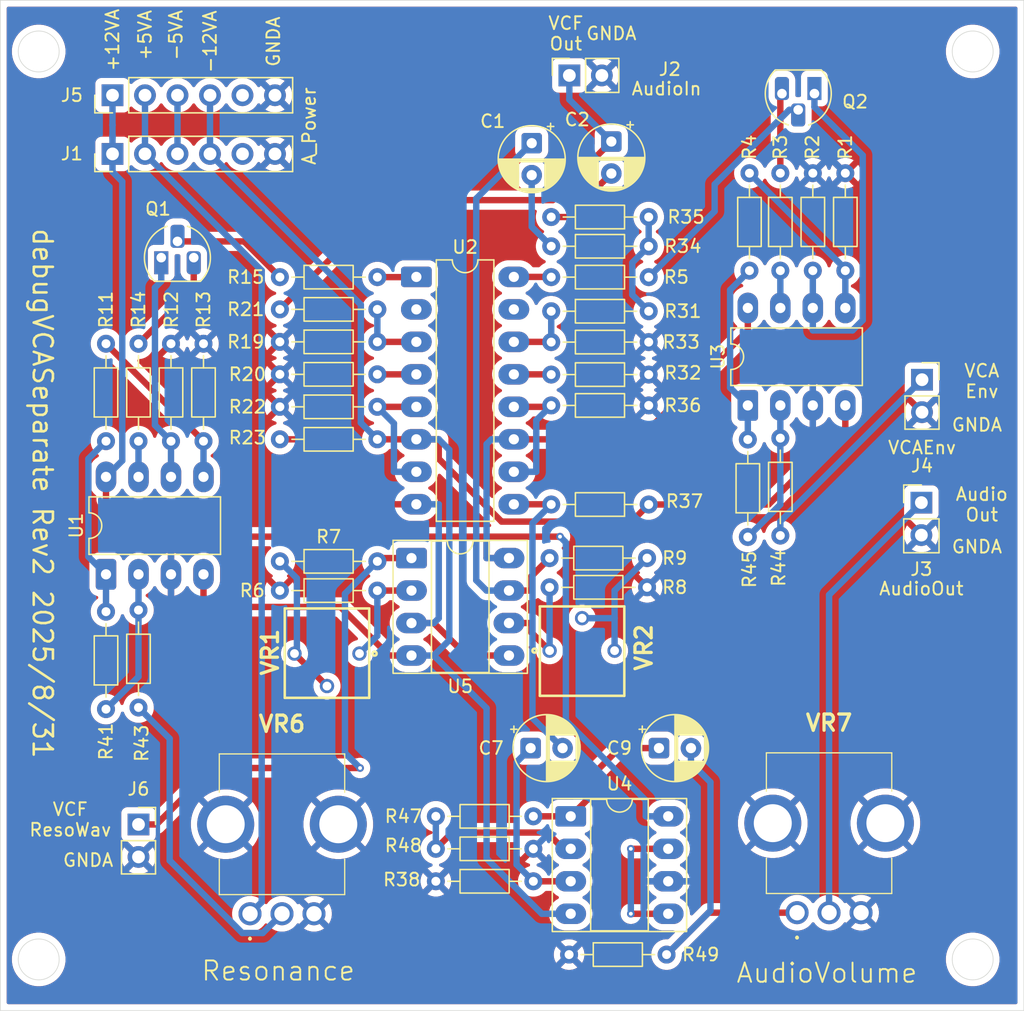
<source format=kicad_pcb>
(kicad_pcb (version 20241229) (generator "pcbnew") (generator_version "9.0")
  (layers (0 "F.Cu" signal) (2 "B.Cu" signal) (13 "F.Paste" user) (15 "B.Paste" user) (5 "F.SilkS" user "F.Silkscreen") (7 "B.SilkS" user "B.Silkscreen") (1 "F.Mask" user) (3 "B.Mask" user) (25 "Edge.Cuts" user))
  (net 0 "")
  (net 1 "Net-(C1-Pad2)")
  (net 2 "VCF_OUT")
  (net 3 "Net-(C2-Pad2)")
  (net 4 "Net-(C7-Pad2)")
  (net 5 "Net-(U4A-+)")
  (net 6 "Net-(VR7-CCW)")
  (net 7 "Net-(C9-Pad1)")
  (net 8 "-5VA")
  (net 9 "+12VA")
  (net 10 "-12VA")
  (net 11 "+5VA")
  (net 13 "GNDA")
  (net 14 "Net-(J3-Pin_1)")
  (net 15 "VCAEnv")
  (net 17 "ResoCnt")
  (net 18 "VCACnt")
  (net 19 "Net-(U2C-+)")
  (net 20 "Net-(U2C--)")
  (net 21 "Net-(R22-Pad2)")
  (net 22 "Net-(U2A-+)")
  (net 23 "Net-(R31-Pad2)")
  (net 24 "Net-(U2A--)")
  (net 25 "Net-(R36-Pad2)")
  (net 26 "Net-(U1A--)")
  (net 27 "Net-(U1B-+)")
  (net 28 "Net-(VR6-WIPER)")
  (net 29 "Net-(U3A--)")
  (net 30 "Net-(U3B-+)")
  (net 31 "Net-(U4A--)")
  (net 34 "Net-(U4B-+)")
  (net 35 "Net-(Q1-B)")
  (net 36 "Net-(Q1-C)")
  (net 37 "Net-(Q1-E)")
  (net 38 "Net-(Q2-B)")
  (net 39 "Net-(Q2-E)")
  (net 40 "Net-(Q2-C)")
  (net 41 "Net-(R3-Pad1)")
  (net 42 "Net-(R4-Pad1)")
  (net 43 "Net-(R11-Pad1)")
  (net 44 "Net-(R14-Pad1)")
  (net 45 "VCA_ResoWav")
  (net 46 "VCF_ResoWav")
  (net 47 "Net-(U5A--)")
  (net 48 "Net-(VR1-CW)")
  (net 49 "Net-(U5B--)")
  (net 50 "Net-(VR2-CW)")
  (net 51 "Net-(U5A-+)")
  (footprint "Connector_PinHeader_2.54mm:PinHeader_1x06_P2.54mm_Vertical" (layer "F.Cu") (at 48.768 79.012 90)
    (property "Reference" "J1")
    (property "Value" "A_Power")
  )
  (footprint "Resistor_THT:R_Axial_DIN0204_L3.6mm_D1.6mm_P7.62mm_Horizontal" (layer "F.Cu") (at 106.045 80.518 -90)
    (property "Reference" "R1")
    (property "Value" "1K")
  )
  (footprint "Resistor_THT:R_Axial_DIN0204_L3.6mm_D1.6mm_P7.62mm_Horizontal" (layer "F.Cu") (at 90.678 86.233 180)
    (property "Reference" "R34")
    (property "Value" "47K")
  )
  (footprint "Connector_PinHeader_2.54mm:PinHeader_1x02_P2.54mm_Vertical" (layer "F.Cu") (at 111.989 106.279)
    (property "Reference" "J3")
    (property "Value" "AudioOut")
  )
  (footprint "Package_DIP:DIP-8_W7.62mm_Socket_LongPads" (layer "F.Cu") (at 72.136 110.617)
    (property "Reference" "U5")
    (property "Value" "Opamp_Dual")
  )
  (footprint "SamacSys_parts:RK09D117000B" (layer "F.Cu") (at 59.516 138.43)
    (property "Reference" "VR6")
    (property "Value" "100KB" (hide yes))
  )
  (footprint "Package_TO_SOT_THT:TO-92_HandSolder" (layer "F.Cu") (at 52.578 87.122)
    (property "Reference" "Q1")
    (property "Value" "Q_PNP_ECB")
  )
  (footprint "Resistor_THT:R_Axial_DIN0204_L3.6mm_D1.6mm_P7.62mm_Horizontal" (layer "F.Cu") (at 48.26 101.473 90)
    (property "Reference" "R11")
    (property "Value" "10K")
  )
  (footprint "Resistor_THT:R_Axial_DIN0204_L3.6mm_D1.6mm_P7.62mm_Horizontal" (layer "F.Cu") (at 69.469 101.328 180)
    (property "Reference" "R23")
    (property "Value" "5.1K")
  )
  (footprint "Resistor_THT:R_Axial_DIN0204_L3.6mm_D1.6mm_P7.62mm_Horizontal" (layer "F.Cu") (at 53.34 93.853 -90)
    (property "Reference" "R12")
    (property "Value" "1K")
  )
  (footprint "SamacSys_parts:3362P_1" (layer "F.Cu") (at 85.471 121.386)
    (property "Reference" "VR2")
    (property "Value" "3362P 10K" (hide yes))
  )
  (footprint "Resistor_THT:R_Axial_DIN0204_L3.6mm_D1.6mm_P7.62mm_Horizontal" (layer "F.Cu") (at 90.678 98.679 180)
    (property "Reference" "R36")
    (property "Value" "10K")
  )
  (footprint "Connector_PinSocket_2.54mm:PinSocket_1x02_P2.54mm_Vertical" (layer "F.Cu") (at 84.475 72.873 90)
    (property "Reference" "J2")
    (property "Value" "AudioIn")
  )
  (footprint "Resistor_THT:R_Axial_DIN0204_L3.6mm_D1.6mm_P7.62mm_Horizontal" (layer "F.Cu") (at 55.88 93.853 -90)
    (property "Reference" "R13")
    (property "Value" "1K")
  )
  (footprint "Resistor_THT:R_Axial_DIN0204_L3.6mm_D1.6mm_P7.62mm_Horizontal" (layer "F.Cu") (at 100.965 108.857 90)
    (property "Reference" "R44")
    (property "Value" "100K")
  )
  (footprint "Capacitor_THT:CP_Radial_D5.0mm_P2.50mm" (layer "F.Cu") (at 81.447 125.476)
    (property "Reference" "C7")
    (property "Value" "1uF")
  )
  (footprint "Package_DIP:DIP-8_W7.62mm_LongPads" (layer "F.Cu") (at 48.26 111.887 90)
    (property "Reference" "U1")
    (property "Value" "Opamp_Dual")
  )
  (footprint "Capacitor_THT:CP_Radial_D5.0mm_P2.50mm" (layer "F.Cu") (at 87.757 78.0429 -90)
    (property "Reference" "C2")
    (property "Value" "10uF/25V")
  )
  (footprint "Connector_PinSocket_2.54mm:PinSocket_1x02_P2.54mm_Vertical" (layer "F.Cu") (at 112.039 96.667)
    (property "Reference" "J4")
    (property "Value" "VCAEnv")
  )
  (footprint "Package_DIP:DIP-8_W7.62mm_LongPads" (layer "F.Cu") (at 98.425 98.679 90)
    (property "Reference" "U3")
    (property "Value" "Opamp_Dual")
  )
  (footprint "Resistor_THT:R_Axial_DIN0204_L3.6mm_D1.6mm_P7.62mm_Horizontal" (layer "F.Cu") (at 90.678 83.947 180)
    (property "Reference" "R35")
    (property "Value" "10K")
  )
  (footprint "Capacitor_THT:CP_Radial_D5.0mm_P2.50mm" (layer "F.Cu") (at 91.48 125.476)
    (property "Reference" "C9")
    (property "Value" "1uF")
  )
  (footprint "Resistor_THT:R_Axial_DIN0204_L3.6mm_D1.6mm_P7.62mm_Horizontal" (layer "F.Cu") (at 83.058 91.313)
    (property "Reference" "R31")
    (property "Value" "10K")
  )
  (footprint "Resistor_THT:R_Axial_DIN0204_L3.6mm_D1.6mm_P7.62mm_Horizontal" (layer "F.Cu") (at 74.041 135.89)
    (property "Reference" "R38")
    (property "Value" "100K")
  )
  (footprint "Package_DIP:DIP-16_W7.62mm_LongPads" (layer "F.Cu") (at 72.517 88.628)
    (property "Reference" "U2")
    (property "Value" "LM13700")
  )
  (footprint "Resistor_THT:R_Axial_DIN0204_L3.6mm_D1.6mm_P7.62mm_Horizontal" (layer "F.Cu") (at 90.678 96.266 180)
    (property "Reference" "R32")
    (property "Value" "560")
  )
  (footprint "Resistor_THT:R_Axial_DIN0204_L3.6mm_D1.6mm_P7.62mm_Horizontal" (layer "F.Cu") (at 61.849 93.708)
    (property "Reference" "R19")
    (property "Value" "560")
  )
  (footprint "Resistor_THT:R_Axial_DIN0204_L3.6mm_D1.6mm_P7.62mm_Horizontal" (layer "F.Cu") (at 48.26 122.428 90)
    (property "Reference" "R41")
    (property "Value" "200K")
  )
  (footprint "Resistor_THT:R_Axial_DIN0204_L3.6mm_D1.6mm_P7.62mm_Horizontal" (layer "F.Cu") (at 98.425 108.966 90)
    (property "Reference" "R45")
    (property "Value" "100K")
  )
  (footprint "Resistor_THT:R_Axial_DIN0204_L3.6mm_D1.6mm_P7.62mm_Horizontal" (layer "F.Cu") (at 69.469 91.168 180)
    (property "Reference" "R21")
    (property "Value" "10K")
  )
  (footprint "Package_TO_SOT_THT:TO-92_HandSolder" (layer "F.Cu") (at 103.632 74.295 180)
    (property "Reference" "Q2")
    (property "Value" "Q_PNP_ECB")
  )
  (footprint "Resistor_THT:R_Axial_DIN0204_L3.6mm_D1.6mm_P7.62mm_Horizontal" (layer "F.Cu") (at 61.849 110.871)
    (property "Reference" "R7")
    (property "Value" "10K")
  )
  (footprint "Connector_PinHeader_2.54mm:PinHeader_1x06_P2.54mm_Vertical" (layer "F.Cu") (at 48.768 74.422 90)
    (property "Reference" "J5")
    (property "Value" "A_Power")
  )
  (footprint "SamacSys_parts:3362P_1" (layer "F.Cu") (at 65.532 114.554 180)
    (property "Reference" "VR1")
    (property "Value" "3362P 10K" (hide yes))
  )
  (footprint "Resistor_THT:R_Axial_DIN0204_L3.6mm_D1.6mm_P7.62mm_Horizontal" (layer "F.Cu") (at 90.551 110.617 180)
    (property "Reference" "R9")
    (property "Value" "1K")
  )
  (footprint "Resistor_THT:R_Axial_DIN0204_L3.6mm_D1.6mm_P7.62mm_Horizontal" (layer "F.Cu") (at 84.455 141.623)
    (property "Reference" "R49")
    (property "Value" "100K")
  )
  (footprint "Resistor_THT:R_Axial_DIN0204_L3.6mm_D1.6mm_P7.62mm_Horizontal" (layer "F.Cu") (at 100.965 88.138 90)
    (property "Reference" "R3")
    (property "Value" "1K")
  )
  (footprint "Connector_PinSocket_2.54mm:PinSocket_1x02_P2.54mm_Vertical" (layer "F.Cu") (at 50.8 131.445)
    (property "Reference" "J6")
    (property "Value" "VCF_ResoWav")
  )
  (footprint "Resistor_THT:R_Axial_DIN0204_L3.6mm_D1.6mm_P7.62mm_Horizontal" (layer "F.Cu") (at 90.678 93.726 180)
    (property "Reference" "R33")
    (property "Value" "560")
  )
  (footprint "Resistor_THT:R_Axial_DIN0204_L3.6mm_D1.6mm_P7.62mm_Horizontal" (layer "F.Cu") (at 90.678 88.646 180)
    (property "Reference" "R5")
    (property "Value" "10K")
  )
  (footprint "Resistor_THT:R_Axial_DIN0204_L3.6mm_D1.6mm_P7.62mm_Horizontal" (layer "F.Cu") (at 90.678 106.426 180)
    (property "Reference" "R37")
    (property "Value" "5.1K")
  )
  (footprint "Package_DIP:DIP-8_W7.62mm_Socket_LongPads" (layer "F.Cu") (at 84.582 130.81)
    (property "Reference" "U4")
    (property "Value" "Opamp_Dual")
  )
  (footprint "Resistor_THT:R_Axial_DIN0204_L3.6mm_D1.6mm_P7.62mm_Horizontal" (layer "F.Cu") (at 61.849 88.646)
    (property "Reference" "R15")
    (property "Value" "5.1K")
  )
  (footprint "Resistor_THT:R_Axial_DIN0204_L3.6mm_D1.6mm_P7.62mm_Horizontal" (layer "F.Cu") (at 98.552 88.138 90)
    (property "Reference" "R4")
    (property "Value" "10K")
  )
  (footprint "Resistor_THT:R_Axial_DIN0204_L3.6mm_D1.6mm_P7.62mm_Horizontal" (layer "F.Cu") (at 61.849 98.788)
    (property "Reference" "R22")
    (property "Value" "10K")
  )
  (footprint "Resistor_THT:R_Axial_DIN0204_L3.6mm_D1.6mm_P7.62mm_Horizontal" (layer "F.Cu") (at 90.551 112.903 180)
    (property "Reference" "R8")
    (property "Value" "10K")
  )
  (footprint "Capacitor_THT:CP_Radial_D5.0mm_P2.50mm" (layer "F.Cu") (at 81.534 78.1699 -90)
    (property "Reference" "C1")
    (property "Value" "10uF/25V")
  )
  (footprint "Resistor_THT:R_Axial_DIN0204_L3.6mm_D1.6mm_P7.62mm_Horizontal" (layer "F.Cu") (at 50.8 101.473 90)
    (property "Reference" "R14")
    (property "Value" "1K")
  )
  (footprint "Resistor_THT:R_Axial_DIN0204_L3.6mm_D1.6mm_P7.62mm_Horizontal" (layer "F.Cu") (at 81.661 133.35 180)
    (property "Reference" "R48")
    (property "Value" "10K")
  )
  (footprint "SamacSys_parts:RK09D117000B" (layer "F.Cu") (at 102.275 138.346)
    (property "Reference" "VR7")
    (property "Value" "100KA" (hide yes))
  )
  (footprint "Resistor_THT:R_Axial_DIN0204_L3.6mm_D1.6mm_P7.62mm_Horizontal" (layer "F.Cu") (at 50.8 122.301 90)
    (property "Reference" "R43")
    (property "Value" "100K")
  )
  (footprint "Resistor_THT:R_Axial_DIN0204_L3.6mm_D1.6mm_P7.62mm_Horizontal" (layer "F.Cu") (at 81.661 130.81 180)
    (property "Reference" "R47")
    (property "Value" "47K")
  )
  (footprint "Resistor_THT:R_Axial_DIN0204_L3.6mm_D1.6mm_P7.62mm_Horizontal" (layer "F.Cu") (at 61.849 96.248)
    (property "Reference" "R20")
    (property "Value" "560")
  )
  (footprint "Resistor_THT:R_Axial_DIN0204_L3.6mm_D1.6mm_P7.62mm_Horizontal" (layer "F.Cu") (at 61.849 113.157)
    (property "Reference" "R6")
    (property "Value" "10K")
  )
  (footprint "Resistor_THT:R_Axial_DIN0204_L3.6mm_D1.6mm_P7.62mm_Horizontal" (layer "F.Cu") (at 103.505 80.518 -90)
    (property "Reference" "R2")
    (property "Value" "1K")
  )
  (gr_circle (center 43 142) (end 44.6 142) (stroke (width 0.05)) (fill no) (layer "Edge.Cuts"))
  (gr_circle (center 116 71) (end 117.6 71) (stroke (width 0.05)) (fill no) (layer "Edge.Cuts"))
  (gr_circle (center 116 142) (end 117.6 142) (stroke (width 0.05)) (fill no) (layer "Edge.Cuts"))
  (gr_rect (start 40 67) (end 120 146) (stroke (width 0.05)) (fill no) (layer "Edge.Cuts"))
  (gr_circle (center 43 71) (end 44.6 71) (stroke (width 0.05)) (fill no) (layer "Edge.Cuts"))
  (gr_text "AudioIn" (at 92.075 73.914 0) (layer "F.SilkS") (effects (font (size 1 1))))
  (gr_text "Resonance" (at 61.722 142.893 0) (layer "F.SilkS") (effects (font (size 1.5 1.5))))
  (gr_text "VCF\nOut" (at 84.201 69.596 0) (layer "F.SilkS") (effects (font (size 1 1))))
  (gr_text "GNDA" (at 61.341 70.231 90) (layer "F.SilkS") (effects (font (size 1 1))))
  (gr_text "GNDA" (at 87.757 69.596 0) (layer "F.SilkS") (effects (font (size 1 1))))
  (gr_text "-12VA" (at 56.388 70.231 90) (layer "F.SilkS") (effects (font (size 1 1))))
  (gr_text "+5VA" (at 51.308 69.723 90) (layer "F.SilkS") (effects (font (size 1 1))))
  (gr_text "GNDA" (at 46.863 134.239 0) (layer "F.SilkS") (effects (font (size 1 1))))
  (gr_text "-5VA" (at 53.721 69.723 90) (layer "F.SilkS") (effects (font (size 1 1))))
  (gr_text "+12VA" (at 48.768 70.104 90) (layer "F.SilkS") (effects (font (size 1 1))))
  (gr_text "GNDA" (at 116.332 100.203 0) (layer "F.SilkS") (effects (font (size 1 1))))
  (gr_text "AudioVolume" (at 104.608 143.063 0) (layer "F.SilkS") (effects (font (size 1.5 1.5))))
  (gr_text "Audio\nOut" (at 116.713 106.426 0) (layer "F.SilkS") (effects (font (size 1 1))))
  (gr_text "GNDA" (at 116.332 109.728 0) (layer "F.SilkS") (effects (font (size 1 1))))
  (gr_text "VCA\nEnv" (at 116.713 96.774 0) (layer "F.SilkS") (effects (font (size 1 1))))
  (gr_text "debugVCASeparate Rev2 2025/8/31" (at 42.418 84.709 270) (layer "F.SilkS") (effects (font (size 1.5 1.5) (thickness 0.2)) (justify left bottom)))
  (gr_text "VCF\nResoWav" (at 45.466 131.064 0) (layer "F.SilkS") (effects (font (size 1 1))))
  (segment (start 81.534 84.709) (end 83.058 86.233) (width 0.5) (layer "B.Cu") (net 1))
  (segment (start 81.534 80.6699) (end 81.534 84.709) (width 0.5) (layer "B.Cu") (net 1))
  (segment (start 87.757 78.0429) (end 83.1749 82.625) (width 0.5) (layer "F.Cu") (net 2))
  (segment (start 70.392 82.625) (end 61.849 91.168) (width 0.5) (layer "F.Cu") (net 2))
  (segment (start 83.1749 82.625) (end 70.392 82.625) (width 0.5) (layer "F.Cu") (net 2))
  (segment (start 84.475 74.7609) (end 87.757 78.0429) (width 0.5) (layer "B.Cu") (net 2))
  (segment (start 84.475 72.873) (end 84.475 74.7609) (width 0.5) (layer "B.Cu") (net 2))
  (segment (start 84.3529 83.947) (end 87.757 80.5429) (width 0.5) (layer "F.Cu") (net 3))
  (segment (start 83.058 83.947) (end 84.3529 83.947) (width 0.5) (layer "F.Cu") (net 3))
  (segment (start 80.137 106.408) (end 83.04 106.408) (width 0.5) (layer "F.Cu") (net 4))
  (segment (start 83.04 106.408) (end 83.058 106.426) (width 0.5) (layer "F.Cu") (net 4))
  (segment (start 81.5935 107.8905) (end 83.058 106.426) (width 0.5) (layer "B.Cu") (net 4))
  (segment (start 83.947 125.476) (end 81.5935 123.1225) (width 0.5) (layer "B.Cu") (net 4))
  (segment (start 81.5935 123.1225) (end 81.5935 107.8905) (width 0.5) (layer "B.Cu") (net 4))
  (segment (start 84.582 135.89) (end 81.661 135.89) (width 0.5) (layer "F.Cu") (net 5))
  (segment (start 81.447 125.476) (end 80.3495 126.5735) (width 0.5) (layer "B.Cu") (net 5))
  (segment (start 80.3495 126.5735) (end 80.3495 134.5785) (width 0.5) (layer "B.Cu") (net 5))
  (segment (start 80.3495 134.5785) (end 81.661 135.89) (width 0.5) (layer "B.Cu") (net 5))
  (segment (start 95.352 138.346) (end 92.075 141.623) (width 0.5) (layer "F.Cu") (net 6))
  (segment (start 102.275 138.346) (end 95.352 138.346) (width 0.5) (layer "F.Cu") (net 6))
  (segment (start 95.504 128.143) (end 93.98 126.619) (width 0.5) (layer "B.Cu") (net 6))
  (segment (start 95.504 128.143) (end 95.504 138.194) (width 0.5) (layer "B.Cu") (net 6))
  (segment (start 93.98 126.619) (end 93.98 125.476) (width 0.5) (layer "B.Cu") (net 6))
  (segment (start 95.504 138.194) (end 92.075 141.623) (width 0.5) (layer "B.Cu") (net 6))
  (segment (start 86.614 128.778) (end 86.614 127.254) (width 0.5) (layer "F.Cu") (net 7))
  (segment (start 84.582 130.81) (end 86.614 128.778) (width 0.5) (layer "F.Cu") (net 7))
  (segment (start 88.392 125.476) (end 91.48 125.476) (width 0.5) (layer "F.Cu") (net 7))
  (segment (start 86.614 127.254) (end 88.392 125.476) (width 0.5) (layer "F.Cu") (net 7))
  (segment (start 84.582 130.81) (end 85.257 130.81) (width 0.5) (layer "F.Cu") (net 7))
  (segment (start 81.661 130.81) (end 84.582 130.81) (width 0.5) (layer "F.Cu") (net 7))
  (segment (start 53.848 79.012) (end 53.848 74.422) (width 0.5) (layer "B.Cu") (net 8))
  (segment (start 78.0043 108.9414) (end 83.7453 108.9414) (width 0.5) (layer "F.Cu") (net 9))
  (segment (start 98.425 92.8107) (end 89.9077 101.328) (width 0.5) (layer "F.Cu") (net 9))
  (segment (start 51.1827 108.9414) (end 78.0043 108.9414) (width 0.5) (layer "F.Cu") (net 9))
  (segment (start 98.425 91.059) (end 98.425 92.8107) (width 0.5) (layer "F.Cu") (net 9))
  (segment (start 48.26 106.0187) (end 51.1827 108.9414) (width 0.5) (layer "F.Cu") (net 9))
  (segment (start 79.756 110.617) (end 78.0043 110.617) (width 0.5) (layer "F.Cu") (net 9))
  (segment (start 78.0043 110.617) (end 78.0043 108.9414) (width 0.5) (layer "F.Cu") (net 9))
  (segment (start 89.9077 101.328) (end 80.137 101.328) (width 0.5) (layer "F.Cu") (net 9))
  (segment (start 48.26 104.267) (end 48.26 106.0187) (width 0.5) (layer "F.Cu") (net 9))
  (via (at 83.7453 108.9414) (size 0.6) (drill 0.3) (layers "F.Cu" "B.Cu") (net 9))
  (segment (start 48.768 79.012) (end 48.768 78.4224) (width 0.5) (layer "B.Cu") (net 9))
  (segment (start 90.4503 130.81) (end 92.202 130.81) (width 0.5) (layer "B.Cu") (net 9))
  (segment (start 79.756 110.617) (end 78.0043 110.617) (width 0.5) (layer "B.Cu") (net 9))
  (segment (start 84.2033 109.3994) (end 84.2033 123.3193) (width 0.5) (layer "B.Cu") (net 9))
  (segment (start 48.768 80.4137) (end 49.53 81.1757) (width 0.5) (layer "B.Cu") (net 9))
  (segment (start 49.53 102.997) (end 48.26 104.267) (width 0.5) (layer "B.Cu") (net 9))
  (segment (start 78.0043 110.617) (end 78.0043 101.709) (width 0.5) (layer "B.Cu") (net 9))
  (segment (start 48.768 76.717) (end 48.768 74.422) (width 0.5) (layer "B.Cu") (net 9))
  (segment (start 48.768 76.7751) (end 48.768 76.717) (width 0.5) (layer "B.Cu") (net 9))
  (segment (start 78.0043 101.709) (end 78.3853 101.328) (width 0.5) (layer "B.Cu") (net 9))
  (segment (start 48.768 77.6022) (end 48.768 77.5441) (width 0.5) (layer "B.Cu") (net 9))
  (segment (start 48.768 77.5441) (end 48.768 76.7752) (width 0.5) (layer "B.Cu") (net 9))
  (segment (start 49.53 81.1757) (end 49.53 102.997) (width 0.5) (layer "B.Cu") (net 9))
  (segment (start 48.768 77.7639) (end 48.768 77.6604) (width 0.5) (layer "B.Cu") (net 9))
  (segment (start 83.7453 108.9414) (end 84.2033 109.3994) (width 0.5) (layer "B.Cu") (net 9))
  (segment (start 48.768 78.4224) (end 48.768 77.7639) (width 0.5) (layer "B.Cu") (net 9))
  (segment (start 48.768 76.7752) (end 48.768 76.7751) (width 0.5) (layer "B.Cu") (net 9))
  (segment (start 48.768 77.6023) (end 48.768 77.6022) (width 0.5) (layer "B.Cu") (net 9))
  (segment (start 90.4503 129.5663) (end 90.4503 130.81) (width 0.5) (layer "B.Cu") (net 9))
  (segment (start 84.2033 123.3193) (end 90.4503 129.5663) (width 0.5) (layer "B.Cu") (net 9))
  (segment (start 48.768 77.6604) (end 48.768 77.6023) (width 0.5) (layer "B.Cu") (net 9))
  (segment (start 48.768 79.012) (end 48.768 80.4137) (width 0.5) (layer "B.Cu") (net 9))
  (segment (start 80.137 101.328) (end 78.3853 101.328) (width 0.5) (layer "B.Cu") (net 9))
  (segment (start 106.045 100.4307) (end 100.0497 106.426) (width 0.5) (layer "F.Cu") (net 10))
  (segment (start 72.136 118.237) (end 70.3843 118.237) (width 0.5) (layer "F.Cu") (net 10))
  (segment (start 55.88 113.6387) (end 56.6782 114.4369) (width 0.5) (layer "F.Cu") (net 10))
  (segment (start 66.5842 114.4369) (end 70.3843 118.237) (width 0.5) (layer "F.Cu") (net 10))
  (segment (start 72.517 101.328) (end 74.2687 101.328) (width 0.5) (layer "F.Cu") (net 10))
  (segment (start 55.88 111.887) (end 55.88 113.6387) (width 0.5) (layer "F.Cu") (net 10))
  (segment (start 74.2687 102.8531) (end 74.2687 101.328) (width 0.5) (layer "F.Cu") (net 10))
  (segment (start 90.678 106.426) (end 89.3393 107.7647) (width 0.5) (layer "F.Cu") (net 10))
  (segment (start 69.469 101.328) (end 72.517 101.328) (width 0.5) (layer "F.Cu") (net 10))
  (segment (start 56.6782 114.4369) (end 66.5842 114.4369) (width 0.5) (layer "F.Cu") (net 10))
  (segment (start 106.045 98.679) (end 106.045 100.4307) (width 0.5) (layer "F.Cu") (net 10))
  (segment (start 89.3393 107.7647) (end 79.1803 107.7647) (width 0.5) (layer "F.Cu") (net 10))
  (segment (start 79.1803 107.7647) (end 74.2687 102.8531) (width 0.5) (layer "F.Cu") (net 10))
  (segment (start 100.0497 106.426) (end 90.678 106.426) (width 0.5) (layer "F.Cu") (net 10))
  (segment (start 78.0058 134.1112) (end 78.0058 122.3551) (width 0.5) (layer "B.Cu") (net 10))
  (segment (start 72.517 101.328) (end 74.2687 101.328) (width 0.5) (layer "B.Cu") (net 10))
  (segment (start 75.0925 102.1518) (end 75.0925 117.0322) (width 0.5) (layer "B.Cu") (net 10))
  (segment (start 82.3246 138.43) (end 78.0058 134.1112) (width 0.5) (layer "B.Cu") (net 10))
  (segment (start 84.582 138.43) (end 82.3246 138.43) (width 0.5) (layer "B.Cu") (net 10))
  (segment (start 68.1792 90.8032) (end 68.1792 100.0382) (width 0.5) (layer "B.Cu") (net 10))
  (segment (start 56.388 79.012) (end 68.1792 90.8032) (width 0.5) (layer "B.Cu") (net 10))
  (segment (start 78.0058 122.3551) (end 73.8877 118.237) (width 0.5) (layer "B.Cu") (net 10))
  (segment (start 75.0925 117.0322) (end 73.8877 118.237) (width 0.5) (layer "B.Cu") (net 10))
  (segment (start 56.388 79.012) (end 56.388 74.422) (width 0.5) (layer "B.Cu") (net 10))
  (segment (start 72.136 118.237) (end 73.8877 118.237) (width 0.5) (layer "B.Cu") (net 10))
  (segment (start 74.2687 101.328) (end 75.0925 102.1518) (width 0.5) (layer "B.Cu") (net 10))
  (segment (start 68.1792 100.0382) (end 69.469 101.328) (width 0.5) (layer "B.Cu") (net 10))
  (segment (start 51.308 74.422) (end 51.308 79.012) (width 0.5) (layer "B.Cu") (net 11))
  (segment (start 60.4297 88.1337) (end 51.308 79.012) (width 0.5) (layer "B.Cu") (net 11))
  (segment (start 59.516 138.43) (end 60.4297 137.5163) (width 0.5) (layer "B.Cu") (net 11))
  (segment (start 60.4297 137.5163) (end 60.4297 88.1337) (width 0.5) (layer "B.Cu") (net 11))
  (segment (start 104.775 113.493) (end 111.989 106.279) (width 0.5) (layer "B.Cu") (net 14))
  (segment (start 104.775 138.346) (end 104.775 113.493) (width 0.5) (layer "B.Cu") (net 14))
  (segment (start 100.965 108.857) (end 100.965 107.741) (width 0.5) (layer "B.Cu") (net 15))
  (segment (start 100.965 107.741) (end 112.039 96.667) (width 0.5) (layer "B.Cu") (net 15))
  (segment (start 69.469 88.646) (end 72.499 88.646) (width 0.5) (layer "F.Cu") (net 17))
  (segment (start 72.499 88.646) (end 72.517 88.628) (width 0.5) (layer "F.Cu") (net 17))
  (segment (start 80.137 88.628) (end 83.04 88.628) (width 0.5) (layer "F.Cu") (net 18))
  (segment (start 83.04 88.628) (end 83.058 88.646) (width 0.5) (layer "F.Cu") (net 18))
  (segment (start 69.469 93.708) (end 72.517 93.708) (width 0.5) (layer "F.Cu") (net 19))
  (segment (start 69.469 93.708) (end 69.469 91.168) (width 0.5) (layer "B.Cu") (net 19))
  (segment (start 72.517 96.248) (end 69.469 96.248) (width 0.5) (layer "F.Cu") (net 20))
  (segment (start 72.517 98.788) (end 69.469 98.788) (width 0.5) (layer "F.Cu") (net 21))
  (segment (start 72.517 103.868) (end 70.7653 103.868) (width 0.5) (layer "B.Cu") (net 21))
  (segment (start 70.7653 103.868) (end 70.7653 100.0843) (width 0.5) (layer "B.Cu") (net 21))
  (segment (start 70.7653 100.0843) (end 69.469 98.788) (width 0.5) (layer "B.Cu") (net 21))
  (segment (start 83.04 93.708) (end 83.058 93.726) (width 0.5) (layer "F.Cu") (net 22))
  (segment (start 80.137 93.708) (end 83.04 93.708) (width 0.5) (layer "F.Cu") (net 22))
  (segment (start 83.058 93.726) (end 83.058 91.313) (width 0.5) (layer "B.Cu") (net 22))
  (segment (start 90.678 83.947) (end 90.678 86.233) (width 0.5) (layer "B.Cu") (net 23))
  (segment (start 90.678 91.313) (end 89.3955 90.0305) (width 0.5) (layer "B.Cu") (net 23))
  (segment (start 89.3955 87.5155) (end 90.678 86.233) (width 0.5) (layer "B.Cu") (net 23))
  (segment (start 89.3955 90.0305) (end 89.3955 87.5155) (width 0.5) (layer "B.Cu") (net 23))
  (segment (start 83.04 96.248) (end 83.058 96.266) (width 0.5) (layer "F.Cu") (net 24))
  (segment (start 80.137 96.248) (end 83.04 96.248) (width 0.5) (layer "F.Cu") (net 24))
  (segment (start 82.949 98.788) (end 83.058 98.679) (width 0.5) (layer "F.Cu") (net 25))
  (segment (start 80.137 98.788) (end 82.949 98.788) (width 0.5) (layer "F.Cu") (net 25))
  (segment (start 80.137 103.868) (end 81.8887 103.868) (width 0.5) (layer "B.Cu") (net 25))
  (segment (start 81.8887 103.868) (end 81.8887 99.8483) (width 0.5) (layer "B.Cu") (net 25))
  (segment (start 81.8887 99.8483) (end 83.058 98.679) (width 0.5) (layer "B.Cu") (net 25))
  (segment (start 50.8 114.681) (end 50.8 119.888) (width 0.5) (layer "B.Cu") (net 26))
  (segment (start 50.8 119.888) (end 48.26 122.428) (width 0.5) (layer "B.Cu") (net 26))
  (segment (start 50.8 111.887) (end 50.8 114.681) (width 0.5) (layer "B.Cu") (net 26))
  (segment (start 55.88 101.473) (end 48.26 93.853) (width 0.5) (layer "F.Cu") (net 27))
  (segment (start 55.88 101.473) (end 55.88 104.267) (width 0.5) (layer "B.Cu") (net 27))
  (segment (start 62.016 138.43) (end 60.511 139.935) (width 0.5) (layer "B.Cu") (net 28))
  (segment (start 58.909 139.935) (end 53.2363 134.2623) (width 0.5) (layer "B.Cu") (net 28))
  (segment (start 53.2363 124.7373) (end 50.8 122.301) (width 0.5) (layer "B.Cu") (net 28))
  (segment (start 60.511 139.935) (end 58.909 139.935) (width 0.5) (layer "B.Cu") (net 28))
  (segment (start 53.2363 134.2623) (end 53.2363 124.7373) (width 0.5) (layer "B.Cu") (net 28))
  (segment (start 98.425 108.966) (end 100.965 106.426) (width 0.5) (layer "B.Cu") (net 29))
  (segment (start 100.965 106.426) (end 100.965 101.237) (width 0.5) (layer "B.Cu") (net 29))
  (segment (start 100.965 98.679) (end 100.965 101.237) (width 0.5) (layer "B.Cu") (net 29))
  (segment (start 98.552 80.518) (end 106.045 88.011) (width 0.5) (layer "B.Cu") (net 30))
  (segment (start 106.045 88.138) (end 106.045 91.059) (width 0.5) (layer "B.Cu") (net 30))
  (segment (start 106.045 88.011) (end 106.045 88.138) (width 0.5) (layer "B.Cu") (net 30))
  (segment (start 74.041 133.35) (end 75.311 132.08) (width 0.5) (layer "F.Cu") (net 31))
  (segment (start 75.311 132.08) (end 82.7312 132.08) (width 0.5) (layer "F.Cu") (net 31))
  (segment (start 84.0012 133.35) (end 84.582 133.35) (width 0.5) (layer "F.Cu") (net 31))
  (segment (start 82.7312 132.08) (end 84.0012 133.35) (width 0.5) (layer "F.Cu") (net 31))
  (segment (start 74.041 130.81) (end 74.041 133.35) (width 0.5) (layer "B.Cu") (net 31))
  (segment (start 89.281 133.35) (end 92.202 133.35) (width 0.5) (layer "F.Cu") (net 34))
  (segment (start 92.202 138.43) (end 89.281 138.43) (width 0.5) (layer "F.Cu") (net 34))
  (via (at 89.281 133.35) (size 0.6) (drill 0.3) (layers "F.Cu" "B.Cu") (net 34))
  (via (at 89.281 138.43) (size 0.6) (drill 0.3) (layers "F.Cu" "B.Cu") (net 34))
  (segment (start 89.281 138.43) (end 89.281 133.35) (width 0.5) (layer "B.Cu") (net 34))
  (segment (start 55.118 89.535) (end 55.118 87.122) (width 0.5) (layer "F.Cu") (net 35))
  (segment (start 50.8 93.853) (end 55.118 89.535) (width 0.5) (layer "F.Cu") (net 35))
  (segment (start 59.055 85.852) (end 53.848 85.852) (width 0.5) (layer "F.Cu") (net 36))
  (segment (start 61.849 88.646) (end 59.055 85.852) (width 0.5) (layer "F.Cu") (net 36))
  (segment (start 52.087 89.4647) (end 52.087 100.22) (width 0.5) (layer "B.Cu") (net 37))
  (segment (start 53.34 104.267) (end 53.34 101.473) (width 0.5) (layer "B.Cu") (net 37))
  (segment (start 52.087 100.22) (end 53.34 101.473) (width 0.5) (layer "B.Cu") (net 37))
  (segment (start 52.578 88.9737) (end 52.087 89.4647) (width 0.5) (layer "B.Cu") (net 37))
  (segment (start 52.578 87.122) (end 52.578 88.9737) (width 0.5) (layer "B.Cu") (net 37))
  (segment (start 100.965 74.422) (end 100.965 80.518) (width 0.5) (layer "F.Cu") (net 38))
  (segment (start 101.092 74.295) (end 100.965 74.422) (width 0.5) (layer "F.Cu") (net 38))
  (segment (start 103.632 74.295) (end 103.632 75.3467) (width 0.5) (layer "B.Cu") (net 39))
  (segment (start 103.505 91.059) (end 103.505 92.8107) (width 0.5) (layer "B.Cu") (net 39))
  (segment (start 107.4074 92.0099) (end 106.6066 92.8107) (width 0.5) (layer "B.Cu") (net 39))
  (segment (start 106.6066 92.8107) (end 103.505 92.8107) (width 0.5) (layer "B.Cu") (net 39))
  (segment (start 107.4074 79.1221) (end 107.4074 92.0099) (width 0.5) (layer "B.Cu") (net 39))
  (segment (start 103.505 88.138) (end 103.505 91.059) (width 0.5) (layer "B.Cu") (net 39))
  (segment (start 103.632 75.3467) (end 107.4074 79.1221) (width 0.5) (layer "B.Cu") (net 39))
  (segment (start 101.6623 75.565) (end 95.8327 81.3946) (width 0.5) (layer "B.Cu") (net 40))
  (segment (start 102.362 75.565) (end 101.6623 75.565) (width 0.5) (layer "B.Cu") (net 40))
  (segment (start 95.8327 83.4913) (end 90.678 88.646) (width 0.5) (layer "B.Cu") (net 40))
  (segment (start 95.8327 81.3946) (end 95.8327 83.4913) (width 0.5) (layer "B.Cu") (net 40))
  (segment (start 100.965 91.059) (end 100.965 88.138) (width 0.5) (layer "B.Cu") (net 41))
  (segment (start 98.425 98.679) (end 98.425 101.346) (width 0.5) (layer "B.Cu") (net 42))
  (segment (start 97.0391 97.2931) (end 98.425 98.679) (width 0.5) (layer "B.Cu") (net 42))
  (segment (start 98.552 88.138) (end 97.0391 89.6509) (width 0.5) (layer "B.Cu") (net 42))
  (segment (start 97.0391 89.6509) (end 97.0391 97.2931) (width 0.5) (layer "B.Cu") (net 42))
  (segment (start 48.26 111.887) (end 46.8827 110.5097) (width 0.5) (layer "B.Cu") (net 43))
  (segment (start 46.8827 102.8503) (end 48.26 101.473) (width 0.5) (layer "B.Cu") (net 43))
  (segment (start 48.26 114.808) (end 48.26 111.887) (width 0.5) (layer "B.Cu") (net 43))
  (segment (start 46.8827 110.5097) (end 46.8827 102.8503) (width 0.5) (layer "B.Cu") (net 43))
  (segment (start 50.8 101.473) (end 50.8 104.267) (width 0.5) (layer "B.Cu") (net 44))
  (segment (start 81.5077 112.0403) (end 82.931 110.617) (width 0.5) (layer "F.Cu") (net 45))
  (segment (start 81.5077 113.157) (end 81.5077 112.0403) (width 0.5) (layer "F.Cu") (net 45))
  (segment (start 79.756 113.157) (end 81.5077 113.157) (width 0.5) (layer "F.Cu") (net 45))
  (segment (start 79.756 113.157) (end 78.0043 113.157) (width 0.5) (layer "B.Cu") (net 45))
  (segment (start 78.0043 113.157) (end 77.1976 112.3503) (width 0.5) (layer "B.Cu") (net 45))
  (segment (start 77.1976 82.5063) (end 81.534 78.1699) (width 0.5) (layer "B.Cu") (net 45))
  (segment (start 77.1976 112.3503) (end 77.1976 82.5063) (width 0.5) (layer "B.Cu") (net 45))
  (segment (start 72.136 110.617) (end 69.723 110.617) (width 0.5) (layer "F.Cu") (net 46))
  (segment (start 50.8 131.445) (end 52.2017 131.445) (width 0.5) (layer "F.Cu") (net 46))
  (segment (start 68.1188 127.0329) (end 56.6138 127.0329) (width 0.5) (layer "F.Cu") (net 46))
  (segment (start 56.6138 127.0329) (end 52.2017 131.445) (width 0.5) (layer "F.Cu") (net 46))
  (segment (start 69.723 110.617) (end 69.469 110.871) (width 0.5) (layer "F.Cu") (net 46))
  (via (at 68.1188 127.0329) (size 0.6) (drill 0.3) (layers "F.Cu" "B.Cu") (net 46))
  (segment (start 66.9375 125.8516) (end 68.1188 127.0329) (width 0.5) (layer "B.Cu") (net 46))
  (segment (start 66.9375 113.4025) (end 66.9375 125.8516) (width 0.5) (layer "B.Cu") (net 46))
  (segment (start 69.469 110.871) (end 66.9375 113.4025) (width 0.5) (layer "B.Cu") (net 46))
  (segment (start 72.136 113.157) (end 69.469 113.157) (width 0.5) (layer "F.Cu") (net 47))
  (segment (start 69.469 116.687) (end 69.469 113.157) (width 0.5) (layer "B.Cu") (net 47))
  (segment (start 68.072 118.084) (end 69.469 116.687) (width 0.5) (layer "B.Cu") (net 47))
  (segment (start 62.992 118.084) (end 65.532 120.624) (width 0.5) (layer "F.Cu") (net 48))
  (segment (start 63.1806 112.2026) (end 63.1806 117.8954) (width 0.5) (layer "B.Cu") (net 48))
  (segment (start 63.1806 117.8954) (end 62.992 118.084) (width 0.5) (layer "B.Cu") (net 48))
  (segment (start 61.849 110.871) (end 63.1806 112.2026) (width 0.5) (layer "B.Cu") (net 48))
  (segment (start 79.756 115.697) (end 81.5077 115.697) (width 0.5) (layer "F.Cu") (net 49))
  (segment (start 82.931 117.856) (end 81.5077 116.4327) (width 0.5) (layer "F.Cu") (net 49))
  (segment (start 81.5077 116.4327) (end 81.5077 115.697) (width 0.5) (layer "F.Cu") (net 49))
  (segment (start 82.931 112.903) (end 82.931 117.856) (width 0.5) (layer "B.Cu") (net 49))
  (segment (start 88.011 113.157) (end 88.011 115.316) (width 0.5) (layer "B.Cu") (net 50))
  (segment (start 85.471 115.316) (end 88.011 115.316) (width 0.5) (layer "B.Cu") (net 50))
  (segment (start 88.011 115.316) (end 88.011 117.856) (width 0.5) (layer "B.Cu") (net 50))
  (segment (start 90.551 110.617) (end 88.011 113.157) (width 0.5) (layer "B.Cu") (net 50))
  (segment (start 72.136 115.697) (end 73.8877 115.697) (width 0.5) (layer "F.Cu") (net 51))
  (segment (start 76.4277 118.237) (end 73.8877 115.697) (width 0.5) (layer "F.Cu") (net 51))
  (segment (start 72.517 106.408) (end 70.7653 106.408) (width 0.5) (layer "F.Cu") (net 51))
  (segment (start 70.7653 106.408) (end 65.6853 101.328) (width 0.5) (layer "F.Cu") (net 51))
  (segment (start 65.6853 101.328) (end 61.849 101.328) (width 0.5) (layer "F.Cu") (net 51))
  (segment (start 79.756 118.237) (end 76.4277 118.237) (width 0.5) (layer "F.Cu") (net 51))
  (segment (start 72.517 106.408) (end 74.2687 106.408) (width 0.5) (layer "B.Cu") (net 51))
  (segment (start 73.8877 115.697) (end 74.2687 115.316) (width 0.5) (layer "B.Cu") (net 51))
  (segment (start 74.2687 115.316) (end 74.2687 106.408) (width 0.5) (layer "B.Cu") (net 51))
  (segment (start 72.136 115.697) (end 73.8877 115.697) (width 0.5) (layer "B.Cu") (net 51))
  (zone (net 13) (net_name "GNDA") (layers "F.Cu" "B.Cu") (connect_pads (clearance 0.5)) (min_thickness 0.25) (fill yes (thermal_gap 0.5) (thermal_bridge_width 0.5))
    (polygon (pts (xy 40 67) (xy 120 67) (xy 120 146) (xy 40 146)))
  )
)
</source>
